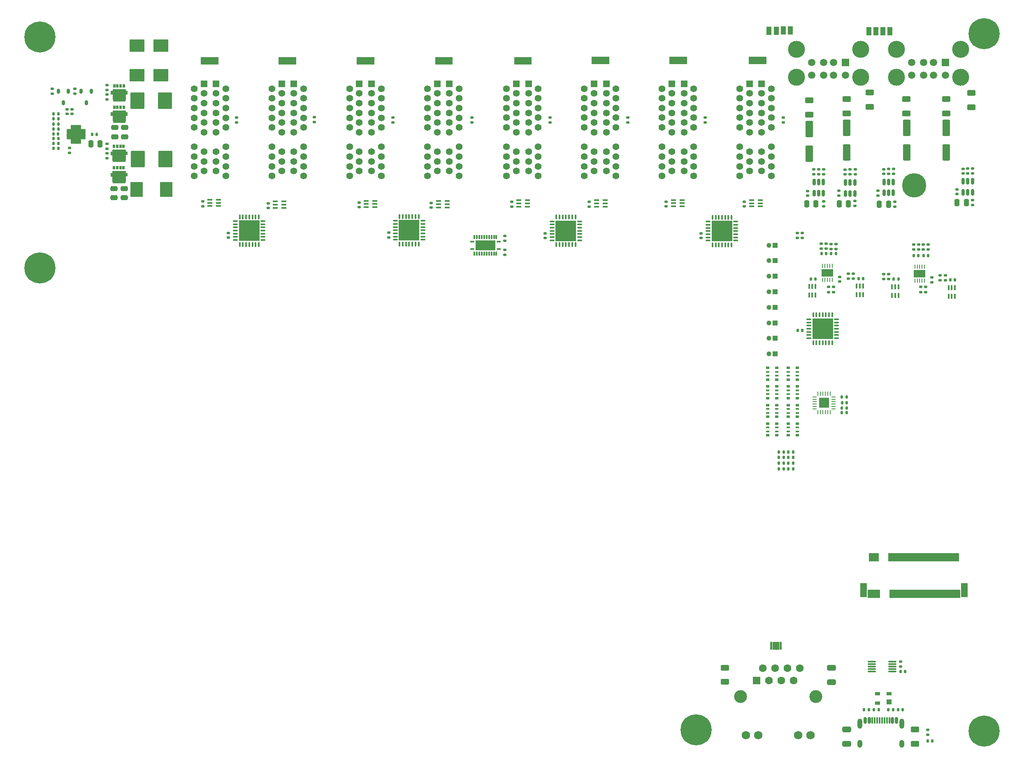
<source format=gbr>
%TF.GenerationSoftware,KiCad,Pcbnew,9.0.7*%
%TF.CreationDate,2026-02-17T10:47:15+01:00*%
%TF.ProjectId,PDNode_Baseboard,50444e6f-6465-45f4-9261-7365626f6172,rev?*%
%TF.SameCoordinates,Original*%
%TF.FileFunction,Soldermask,Top*%
%TF.FilePolarity,Negative*%
%FSLAX46Y46*%
G04 Gerber Fmt 4.6, Leading zero omitted, Abs format (unit mm)*
G04 Created by KiCad (PCBNEW 9.0.7) date 2026-02-17 10:47:15*
%MOMM*%
%LPD*%
G01*
G04 APERTURE LIST*
G04 Aperture macros list*
%AMRoundRect*
0 Rectangle with rounded corners*
0 $1 Rounding radius*
0 $2 $3 $4 $5 $6 $7 $8 $9 X,Y pos of 4 corners*
0 Add a 4 corners polygon primitive as box body*
4,1,4,$2,$3,$4,$5,$6,$7,$8,$9,$2,$3,0*
0 Add four circle primitives for the rounded corners*
1,1,$1+$1,$2,$3*
1,1,$1+$1,$4,$5*
1,1,$1+$1,$6,$7*
1,1,$1+$1,$8,$9*
0 Add four rect primitives between the rounded corners*
20,1,$1+$1,$2,$3,$4,$5,0*
20,1,$1+$1,$4,$5,$6,$7,0*
20,1,$1+$1,$6,$7,$8,$9,0*
20,1,$1+$1,$8,$9,$2,$3,0*%
%AMFreePoly0*
4,1,15,0.140000,-0.355000,0.137310,-0.355000,0.137310,-0.369813,0.116406,-0.420280,0.077780,-0.458906,0.027313,-0.479810,-0.027313,-0.479810,-0.077780,-0.458906,-0.116406,-0.420280,-0.137310,-0.369813,-0.137310,-0.355000,-0.140000,-0.355000,-0.140000,0.355000,0.140000,0.355000,0.140000,-0.355000,0.140000,-0.355000,$1*%
%AMFreePoly1*
4,1,15,0.355000,0.137310,0.382313,0.137310,0.432780,0.116406,0.471406,0.077780,0.492310,0.027313,0.492310,-0.027313,0.471406,-0.077780,0.432780,-0.116406,0.382313,-0.137310,0.355000,-0.137310,0.355000,-0.140000,-0.355000,-0.140000,-0.355000,0.140000,0.355000,0.140000,0.355000,0.137310,0.355000,0.137310,$1*%
%AMFreePoly2*
4,1,15,0.355000,0.137310,0.369813,0.137310,0.420280,0.116406,0.458906,0.077780,0.479810,0.027313,0.479810,-0.027313,0.458906,-0.077780,0.420280,-0.116406,0.369813,-0.137310,0.355000,-0.137310,0.355000,-0.140000,-0.355000,-0.140000,-0.355000,0.140000,0.355000,0.140000,0.355000,0.137310,0.355000,0.137310,$1*%
%AMFreePoly3*
4,1,15,0.077780,0.458906,0.116406,0.420280,0.137310,0.369813,0.137310,0.355000,0.140000,0.355000,0.140000,-0.355000,-0.140000,-0.355000,-0.140000,0.355000,-0.137310,0.355000,-0.137310,0.369813,-0.116406,0.420280,-0.077780,0.458906,-0.027313,0.479810,0.027313,0.479810,0.077780,0.458906,0.077780,0.458906,$1*%
%AMFreePoly4*
4,1,15,0.355000,-0.140000,-0.355000,-0.140000,-0.355000,-0.137310,-0.369813,-0.137310,-0.420280,-0.116406,-0.458906,-0.077780,-0.479810,-0.027313,-0.479810,0.027313,-0.458906,0.077780,-0.420280,0.116406,-0.369813,0.137310,-0.355000,0.137310,-0.355000,0.140000,0.355000,0.140000,0.355000,-0.140000,0.355000,-0.140000,$1*%
G04 Aperture macros list end*
%ADD10C,0.010000*%
%ADD11RoundRect,0.075000X-0.437500X-0.075000X0.437500X-0.075000X0.437500X0.075000X-0.437500X0.075000X0*%
%ADD12RoundRect,0.075000X-0.075000X-0.437500X0.075000X-0.437500X0.075000X0.437500X-0.075000X0.437500X0*%
%ADD13R,4.250000X4.250000*%
%ADD14RoundRect,0.135000X-0.185000X0.135000X-0.185000X-0.135000X0.185000X-0.135000X0.185000X0.135000X0*%
%ADD15RoundRect,0.250000X-0.625000X0.312500X-0.625000X-0.312500X0.625000X-0.312500X0.625000X0.312500X0*%
%ADD16RoundRect,0.140000X-0.170000X0.140000X-0.170000X-0.140000X0.170000X-0.140000X0.170000X0.140000X0*%
%ADD17RoundRect,0.102000X-0.604000X0.604000X-0.604000X-0.604000X0.604000X-0.604000X0.604000X0.604000X0*%
%ADD18C,1.412000*%
%ADD19RoundRect,0.250000X-0.250000X-0.475000X0.250000X-0.475000X0.250000X0.475000X-0.250000X0.475000X0*%
%ADD20RoundRect,0.102000X-0.425000X-0.325000X0.425000X-0.325000X0.425000X0.325000X-0.425000X0.325000X0*%
%ADD21R,1.000000X1.000000*%
%ADD22C,1.000000*%
%ADD23RoundRect,0.250000X-0.475000X0.250000X-0.475000X-0.250000X0.475000X-0.250000X0.475000X0.250000X0*%
%ADD24RoundRect,0.135000X0.135000X0.185000X-0.135000X0.185000X-0.135000X-0.185000X0.135000X-0.185000X0*%
%ADD25RoundRect,0.135000X0.185000X-0.135000X0.185000X0.135000X-0.185000X0.135000X-0.185000X-0.135000X0*%
%ADD26RoundRect,0.100000X0.400000X0.100000X-0.400000X0.100000X-0.400000X-0.100000X0.400000X-0.100000X0*%
%ADD27RoundRect,0.250000X-0.550000X1.412500X-0.550000X-1.412500X0.550000X-1.412500X0.550000X1.412500X0*%
%ADD28R,0.800000X0.500000*%
%ADD29R,0.800000X0.400000*%
%ADD30RoundRect,0.102000X1.450000X-1.200000X1.450000X1.200000X-1.450000X1.200000X-1.450000X-1.200000X0*%
%ADD31RoundRect,0.102000X0.425000X0.325000X-0.425000X0.325000X-0.425000X-0.325000X0.425000X-0.325000X0*%
%ADD32RoundRect,0.050000X0.500000X-0.500000X0.500000X0.500000X-0.500000X0.500000X-0.500000X-0.500000X0*%
%ADD33RoundRect,0.050000X0.500000X-0.300000X0.500000X0.300000X-0.500000X0.300000X-0.500000X-0.300000X0*%
%ADD34RoundRect,0.102000X-0.175000X0.250000X-0.175000X-0.250000X0.175000X-0.250000X0.175000X0.250000X0*%
%ADD35R,1.000000X1.500000*%
%ADD36C,0.800000*%
%ADD37C,6.400000*%
%ADD38RoundRect,0.250000X0.650000X-0.325000X0.650000X0.325000X-0.650000X0.325000X-0.650000X-0.325000X0*%
%ADD39FreePoly0,270.000000*%
%ADD40FreePoly1,270.000000*%
%ADD41FreePoly2,270.000000*%
%ADD42FreePoly3,270.000000*%
%ADD43FreePoly4,270.000000*%
%ADD44R,4.100000X2.100000*%
%ADD45RoundRect,0.140000X0.170000X-0.140000X0.170000X0.140000X-0.170000X0.140000X-0.170000X-0.140000X0*%
%ADD46RoundRect,0.140000X-0.140000X-0.170000X0.140000X-0.170000X0.140000X0.170000X-0.140000X0.170000X0*%
%ADD47RoundRect,0.140000X0.140000X0.170000X-0.140000X0.170000X-0.140000X-0.170000X0.140000X-0.170000X0*%
%ADD48RoundRect,0.102000X1.335000X1.605000X-1.335000X1.605000X-1.335000X-1.605000X1.335000X-1.605000X0*%
%ADD49RoundRect,0.250000X0.625000X-0.312500X0.625000X0.312500X-0.625000X0.312500X-0.625000X-0.312500X0*%
%ADD50RoundRect,0.150000X0.150000X-0.512500X0.150000X0.512500X-0.150000X0.512500X-0.150000X-0.512500X0*%
%ADD51RoundRect,0.135000X-0.135000X-0.185000X0.135000X-0.185000X0.135000X0.185000X-0.135000X0.185000X0*%
%ADD52RoundRect,0.147500X-0.147500X-0.172500X0.147500X-0.172500X0.147500X0.172500X-0.147500X0.172500X0*%
%ADD53RoundRect,0.150000X-0.150000X-0.500000X0.150000X-0.500000X0.150000X0.500000X-0.150000X0.500000X0*%
%ADD54RoundRect,0.075000X-0.075000X-0.575000X0.075000X-0.575000X0.075000X0.575000X-0.075000X0.575000X0*%
%ADD55O,1.000000X2.100000*%
%ADD56O,1.000000X1.600000*%
%ADD57RoundRect,0.102000X0.699000X0.699000X-0.699000X0.699000X-0.699000X-0.699000X0.699000X-0.699000X0*%
%ADD58C,1.602000*%
%ADD59C,1.734000*%
%ADD60C,2.649000*%
%ADD61RoundRect,0.162500X-0.162500X0.337500X-0.162500X-0.337500X0.162500X-0.337500X0.162500X0.337500X0*%
%ADD62RoundRect,0.100000X-0.100000X0.400000X-0.100000X-0.400000X0.100000X-0.400000X0.100000X0.400000X0*%
%ADD63R,1.500000X1.500000*%
%ADD64C,1.500000*%
%ADD65C,3.500000*%
%ADD66RoundRect,0.102000X-1.335000X-1.605000X1.335000X-1.605000X1.335000X1.605000X-1.335000X1.605000X0*%
%ADD67RoundRect,0.053000X-0.464000X-0.159000X0.464000X-0.159000X0.464000X0.159000X-0.464000X0.159000X0*%
%ADD68RoundRect,0.053000X-0.159000X-0.464000X0.159000X-0.464000X0.159000X0.464000X-0.159000X0.464000X0*%
%ADD69RoundRect,0.102000X-0.875000X-0.875000X0.875000X-0.875000X0.875000X0.875000X-0.875000X0.875000X0*%
%ADD70RoundRect,0.087500X0.725000X0.087500X-0.725000X0.087500X-0.725000X-0.087500X0.725000X-0.087500X0*%
%ADD71RoundRect,0.102000X0.150000X0.775000X-0.150000X0.775000X-0.150000X-0.775000X0.150000X-0.775000X0*%
%ADD72C,5.000000*%
%ADD73RoundRect,0.102000X0.600000X1.375000X-0.600000X1.375000X-0.600000X-1.375000X0.600000X-1.375000X0*%
%ADD74RoundRect,0.062500X-0.062500X0.375000X-0.062500X-0.375000X0.062500X-0.375000X0.062500X0.375000X0*%
%ADD75RoundRect,0.062500X-0.375000X0.062500X-0.375000X-0.062500X0.375000X-0.062500X0.375000X0.062500X0*%
%ADD76R,2.100000X2.100000*%
%ADD77RoundRect,0.102000X1.200000X1.450000X-1.200000X1.450000X-1.200000X-1.450000X1.200000X-1.450000X0*%
%ADD78RoundRect,0.250000X-0.650000X0.325000X-0.650000X-0.325000X0.650000X-0.325000X0.650000X0.325000X0*%
%ADD79RoundRect,0.062500X-0.062500X0.350000X-0.062500X-0.350000X0.062500X-0.350000X0.062500X0.350000X0*%
%ADD80R,2.350000X1.580000*%
G04 APERTURE END LIST*
D10*
%TO.C,T2*%
X133295000Y-94243750D02*
X133670000Y-94243750D01*
X133670000Y-94868750D01*
X133295000Y-94868750D01*
X133295000Y-96018750D01*
X133245000Y-96018750D01*
X133245000Y-96318750D01*
X132645000Y-96318750D01*
X132645000Y-96018750D01*
X132595000Y-96018750D01*
X132595000Y-96318750D01*
X131995000Y-96318750D01*
X131995000Y-96018750D01*
X131945000Y-96018750D01*
X131945000Y-96318750D01*
X131345000Y-96318750D01*
X131345000Y-96018750D01*
X131295000Y-96018750D01*
X131295000Y-96318750D01*
X130720000Y-96318750D01*
X130720000Y-96018750D01*
X130645000Y-96018750D01*
X130645000Y-94893750D01*
X130270000Y-94893750D01*
X130270000Y-94243750D01*
X130645000Y-94243750D01*
X130645000Y-93843750D01*
X133295000Y-93843750D01*
X133295000Y-94243750D01*
G36*
X133295000Y-94243750D02*
G01*
X133670000Y-94243750D01*
X133670000Y-94868750D01*
X133295000Y-94868750D01*
X133295000Y-96018750D01*
X133245000Y-96018750D01*
X133245000Y-96318750D01*
X132645000Y-96318750D01*
X132645000Y-96018750D01*
X132595000Y-96018750D01*
X132595000Y-96318750D01*
X131995000Y-96318750D01*
X131995000Y-96018750D01*
X131945000Y-96018750D01*
X131945000Y-96318750D01*
X131345000Y-96318750D01*
X131345000Y-96018750D01*
X131295000Y-96018750D01*
X131295000Y-96318750D01*
X130720000Y-96318750D01*
X130720000Y-96018750D01*
X130645000Y-96018750D01*
X130645000Y-94893750D01*
X130270000Y-94893750D01*
X130270000Y-94243750D01*
X130645000Y-94243750D01*
X130645000Y-93843750D01*
X133295000Y-93843750D01*
X133295000Y-94243750D01*
G37*
%TO.C,JP1*%
G36*
X262575000Y-82800000D02*
G01*
X264175000Y-82800000D01*
X264175000Y-84300000D01*
X262575000Y-84300000D01*
X262575000Y-82800000D01*
G37*
%TO.C,JP5*%
G36*
X198025000Y-82850000D02*
G01*
X199625000Y-82850000D01*
X199625000Y-84350000D01*
X198025000Y-84350000D01*
X198025000Y-82850000D01*
G37*
%TO.C,T4*%
X133295000Y-89825000D02*
X133670000Y-89825000D01*
X133670000Y-90450000D01*
X133295000Y-90450000D01*
X133295000Y-91600000D01*
X133245000Y-91600000D01*
X133245000Y-91900000D01*
X132645000Y-91900000D01*
X132645000Y-91600000D01*
X132595000Y-91600000D01*
X132595000Y-91900000D01*
X131995000Y-91900000D01*
X131995000Y-91600000D01*
X131945000Y-91600000D01*
X131945000Y-91900000D01*
X131345000Y-91900000D01*
X131345000Y-91600000D01*
X131295000Y-91600000D01*
X131295000Y-91900000D01*
X130720000Y-91900000D01*
X130720000Y-91600000D01*
X130645000Y-91600000D01*
X130645000Y-90475000D01*
X130270000Y-90475000D01*
X130270000Y-89825000D01*
X130645000Y-89825000D01*
X130645000Y-89425000D01*
X133295000Y-89425000D01*
X133295000Y-89825000D01*
G36*
X133295000Y-89825000D02*
G01*
X133670000Y-89825000D01*
X133670000Y-90450000D01*
X133295000Y-90450000D01*
X133295000Y-91600000D01*
X133245000Y-91600000D01*
X133245000Y-91900000D01*
X132645000Y-91900000D01*
X132645000Y-91600000D01*
X132595000Y-91600000D01*
X132595000Y-91900000D01*
X131995000Y-91900000D01*
X131995000Y-91600000D01*
X131945000Y-91600000D01*
X131945000Y-91900000D01*
X131345000Y-91900000D01*
X131345000Y-91600000D01*
X131295000Y-91600000D01*
X131295000Y-91900000D01*
X130720000Y-91900000D01*
X130720000Y-91600000D01*
X130645000Y-91600000D01*
X130645000Y-90475000D01*
X130270000Y-90475000D01*
X130270000Y-89825000D01*
X130645000Y-89825000D01*
X130645000Y-89425000D01*
X133295000Y-89425000D01*
X133295000Y-89825000D01*
G37*
%TO.C,D3*%
X266295000Y-204010000D02*
X265955000Y-204010000D01*
X265955000Y-203305000D01*
X266295000Y-203305000D01*
X266295000Y-204010000D01*
G36*
X266295000Y-204010000D02*
G01*
X265955000Y-204010000D01*
X265955000Y-203305000D01*
X266295000Y-203305000D01*
X266295000Y-204010000D01*
G37*
X266295000Y-204845000D02*
X265955000Y-204845000D01*
X265955000Y-204140000D01*
X266295000Y-204140000D01*
X266295000Y-204845000D01*
G36*
X266295000Y-204845000D02*
G01*
X265955000Y-204845000D01*
X265955000Y-204140000D01*
X266295000Y-204140000D01*
X266295000Y-204845000D01*
G37*
X266795000Y-204010000D02*
X266455000Y-204010000D01*
X266455000Y-203305000D01*
X266795000Y-203305000D01*
X266795000Y-204010000D01*
G36*
X266795000Y-204010000D02*
G01*
X266455000Y-204010000D01*
X266455000Y-203305000D01*
X266795000Y-203305000D01*
X266795000Y-204010000D01*
G37*
X266795000Y-204845000D02*
X266455000Y-204845000D01*
X266455000Y-204140000D01*
X266795000Y-204140000D01*
X266795000Y-204845000D01*
G36*
X266795000Y-204845000D02*
G01*
X266455000Y-204845000D01*
X266455000Y-204140000D01*
X266795000Y-204140000D01*
X266795000Y-204845000D01*
G37*
X267395000Y-204010000D02*
X266855000Y-204010000D01*
X266855000Y-203305000D01*
X267395000Y-203305000D01*
X267395000Y-204010000D01*
G36*
X267395000Y-204010000D02*
G01*
X266855000Y-204010000D01*
X266855000Y-203305000D01*
X267395000Y-203305000D01*
X267395000Y-204010000D01*
G37*
X267395000Y-204845000D02*
X266855000Y-204845000D01*
X266855000Y-204140000D01*
X267395000Y-204140000D01*
X267395000Y-204845000D01*
G36*
X267395000Y-204845000D02*
G01*
X266855000Y-204845000D01*
X266855000Y-204140000D01*
X267395000Y-204140000D01*
X267395000Y-204845000D01*
G37*
X267795000Y-204010000D02*
X267455000Y-204010000D01*
X267455000Y-203305000D01*
X267795000Y-203305000D01*
X267795000Y-204010000D01*
G36*
X267795000Y-204010000D02*
G01*
X267455000Y-204010000D01*
X267455000Y-203305000D01*
X267795000Y-203305000D01*
X267795000Y-204010000D01*
G37*
X267795000Y-204845000D02*
X267455000Y-204845000D01*
X267455000Y-204140000D01*
X267795000Y-204140000D01*
X267795000Y-204845000D01*
G36*
X267795000Y-204845000D02*
G01*
X267455000Y-204845000D01*
X267455000Y-204140000D01*
X267795000Y-204140000D01*
X267795000Y-204845000D01*
G37*
X268295000Y-204010000D02*
X267955000Y-204010000D01*
X267955000Y-203305000D01*
X268295000Y-203305000D01*
X268295000Y-204010000D01*
G36*
X268295000Y-204010000D02*
G01*
X267955000Y-204010000D01*
X267955000Y-203305000D01*
X268295000Y-203305000D01*
X268295000Y-204010000D01*
G37*
X268295000Y-204845000D02*
X267955000Y-204845000D01*
X267955000Y-204140000D01*
X268295000Y-204140000D01*
X268295000Y-204845000D01*
G36*
X268295000Y-204845000D02*
G01*
X267955000Y-204845000D01*
X267955000Y-204140000D01*
X268295000Y-204140000D01*
X268295000Y-204845000D01*
G37*
%TO.C,JP7*%
G36*
X165825000Y-82875000D02*
G01*
X167425000Y-82875000D01*
X167425000Y-84375000D01*
X165825000Y-84375000D01*
X165825000Y-82875000D01*
G37*
%TO.C,JP2*%
G36*
X246275000Y-82782500D02*
G01*
X247875000Y-82782500D01*
X247875000Y-84282500D01*
X246275000Y-84282500D01*
X246275000Y-82782500D01*
G37*
%TO.C,JP6*%
G36*
X181900000Y-82850000D02*
G01*
X183500000Y-82850000D01*
X183500000Y-84350000D01*
X181900000Y-84350000D01*
X181900000Y-82850000D01*
G37*
%TO.C,JP8*%
G36*
X149825000Y-82875000D02*
G01*
X151425000Y-82875000D01*
X151425000Y-84375000D01*
X149825000Y-84375000D01*
X149825000Y-82875000D01*
G37*
%TO.C,JP3*%
G36*
X230225000Y-82807500D02*
G01*
X231825000Y-82807500D01*
X231825000Y-84307500D01*
X230225000Y-84307500D01*
X230225000Y-82807500D01*
G37*
%TO.C,T1*%
X133270000Y-106725000D02*
X133645000Y-106725000D01*
X133645000Y-107350000D01*
X133270000Y-107350000D01*
X133270000Y-108500000D01*
X133220000Y-108500000D01*
X133220000Y-108800000D01*
X132620000Y-108800000D01*
X132620000Y-108500000D01*
X132570000Y-108500000D01*
X132570000Y-108800000D01*
X131970000Y-108800000D01*
X131970000Y-108500000D01*
X131920000Y-108500000D01*
X131920000Y-108800000D01*
X131320000Y-108800000D01*
X131320000Y-108500000D01*
X131270000Y-108500000D01*
X131270000Y-108800000D01*
X130695000Y-108800000D01*
X130695000Y-108500000D01*
X130620000Y-108500000D01*
X130620000Y-107375000D01*
X130245000Y-107375000D01*
X130245000Y-106725000D01*
X130620000Y-106725000D01*
X130620000Y-106325000D01*
X133270000Y-106325000D01*
X133270000Y-106725000D01*
G36*
X133270000Y-106725000D02*
G01*
X133645000Y-106725000D01*
X133645000Y-107350000D01*
X133270000Y-107350000D01*
X133270000Y-108500000D01*
X133220000Y-108500000D01*
X133220000Y-108800000D01*
X132620000Y-108800000D01*
X132620000Y-108500000D01*
X132570000Y-108500000D01*
X132570000Y-108800000D01*
X131970000Y-108800000D01*
X131970000Y-108500000D01*
X131920000Y-108500000D01*
X131920000Y-108800000D01*
X131320000Y-108800000D01*
X131320000Y-108500000D01*
X131270000Y-108500000D01*
X131270000Y-108800000D01*
X130695000Y-108800000D01*
X130695000Y-108500000D01*
X130620000Y-108500000D01*
X130620000Y-107375000D01*
X130245000Y-107375000D01*
X130245000Y-106725000D01*
X130620000Y-106725000D01*
X130620000Y-106325000D01*
X133270000Y-106325000D01*
X133270000Y-106725000D01*
G37*
%TO.C,JP4*%
G36*
X214300000Y-82850000D02*
G01*
X215900000Y-82850000D01*
X215900000Y-84350000D01*
X214300000Y-84350000D01*
X214300000Y-82850000D01*
G37*
%TO.C,T3*%
X133270000Y-102325000D02*
X133645000Y-102325000D01*
X133645000Y-102950000D01*
X133270000Y-102950000D01*
X133270000Y-104100000D01*
X133220000Y-104100000D01*
X133220000Y-104400000D01*
X132620000Y-104400000D01*
X132620000Y-104100000D01*
X132570000Y-104100000D01*
X132570000Y-104400000D01*
X131970000Y-104400000D01*
X131970000Y-104100000D01*
X131920000Y-104100000D01*
X131920000Y-104400000D01*
X131320000Y-104400000D01*
X131320000Y-104100000D01*
X131270000Y-104100000D01*
X131270000Y-104400000D01*
X130695000Y-104400000D01*
X130695000Y-104100000D01*
X130620000Y-104100000D01*
X130620000Y-102975000D01*
X130245000Y-102975000D01*
X130245000Y-102325000D01*
X130620000Y-102325000D01*
X130620000Y-101925000D01*
X133270000Y-101925000D01*
X133270000Y-102325000D01*
G36*
X133270000Y-102325000D02*
G01*
X133645000Y-102325000D01*
X133645000Y-102950000D01*
X133270000Y-102950000D01*
X133270000Y-104100000D01*
X133220000Y-104100000D01*
X133220000Y-104400000D01*
X132620000Y-104400000D01*
X132620000Y-104100000D01*
X132570000Y-104100000D01*
X132570000Y-104400000D01*
X131970000Y-104400000D01*
X131970000Y-104100000D01*
X131920000Y-104100000D01*
X131920000Y-104400000D01*
X131320000Y-104400000D01*
X131320000Y-104100000D01*
X131270000Y-104100000D01*
X131270000Y-104400000D01*
X130695000Y-104400000D01*
X130695000Y-104100000D01*
X130620000Y-104100000D01*
X130620000Y-102975000D01*
X130245000Y-102975000D01*
X130245000Y-102325000D01*
X130620000Y-102325000D01*
X130620000Y-101925000D01*
X133270000Y-101925000D01*
X133270000Y-102325000D01*
G37*
%TD*%
D11*
%TO.C,IC27*%
X273950000Y-136875000D03*
X273950000Y-137525000D03*
X273950000Y-138175000D03*
X273950000Y-138825000D03*
X273950000Y-139475000D03*
X273950000Y-140125000D03*
X273950000Y-140775000D03*
D12*
X274837500Y-141662500D03*
X275487500Y-141662500D03*
X276137500Y-141662500D03*
X276787500Y-141662500D03*
X277437500Y-141662500D03*
X278087500Y-141662500D03*
X278737500Y-141662500D03*
D11*
X279625000Y-140775000D03*
X279625000Y-140125000D03*
X279625000Y-139475000D03*
X279625000Y-138825000D03*
X279625000Y-138175000D03*
X279625000Y-137525000D03*
X279625000Y-136875000D03*
D12*
X278737500Y-135987500D03*
X278087500Y-135987500D03*
X277437500Y-135987500D03*
X276787500Y-135987500D03*
X276137500Y-135987500D03*
X275487500Y-135987500D03*
X274837500Y-135987500D03*
D13*
X276787500Y-138825000D03*
%TD*%
D14*
%TO.C,R72*%
X276972757Y-112574410D03*
X276972757Y-113594410D03*
%TD*%
D15*
%TO.C,R1*%
X256700000Y-208637500D03*
X256700000Y-211562500D03*
%TD*%
D16*
%TO.C,C24*%
X187457500Y-119045000D03*
X187457500Y-120005000D03*
%TD*%
D17*
%TO.C,J6*%
X232237322Y-88339781D03*
D18*
X234237322Y-89339781D03*
X232237322Y-90339781D03*
X234237322Y-91339781D03*
X232237322Y-92339781D03*
X234237322Y-93339781D03*
X232237322Y-94339781D03*
X234237322Y-95339781D03*
X232237322Y-96339781D03*
X234237322Y-97339781D03*
X232237322Y-98339781D03*
X234237322Y-101339781D03*
X232237322Y-102339781D03*
X234237322Y-103339781D03*
X232237322Y-104339781D03*
X234237322Y-105339781D03*
X232237322Y-106339781D03*
X234237322Y-107339781D03*
D17*
X229737322Y-88339781D03*
D18*
X227737322Y-89339781D03*
X229737322Y-90339781D03*
X227737322Y-91339781D03*
X229737322Y-92339781D03*
X227737322Y-93339781D03*
X229737322Y-94339781D03*
X227737322Y-95339781D03*
X229737322Y-96339781D03*
X227737322Y-97339781D03*
X229737322Y-98339781D03*
X227737322Y-101339781D03*
X229737322Y-102339781D03*
X227737322Y-103339781D03*
X229737322Y-104339781D03*
X227737322Y-105339781D03*
X229737322Y-106339781D03*
X227737322Y-107339781D03*
%TD*%
D14*
%TO.C,R85*%
X279000000Y-130230000D03*
X279000000Y-131250000D03*
%TD*%
D19*
%TO.C,C2*%
X126170000Y-100700000D03*
X128070000Y-100700000D03*
%TD*%
D20*
%TO.C,D8*%
X268664692Y-76968547D03*
X268664692Y-77818547D03*
X270114692Y-76968547D03*
X270114692Y-77818547D03*
%TD*%
D16*
%TO.C,C8*%
X129470000Y-88658750D03*
X129470000Y-89618750D03*
%TD*%
D21*
%TO.C,J14*%
X266970000Y-144000000D03*
D22*
X265700000Y-144000000D03*
%TD*%
D23*
%TO.C,C3*%
X133170000Y-97350000D03*
X133170000Y-99250000D03*
%TD*%
D24*
%TO.C,R10*%
X119480000Y-100650000D03*
X118460000Y-100650000D03*
%TD*%
D21*
%TO.C,J17*%
X267000000Y-134400000D03*
D22*
X265730000Y-134400000D03*
%TD*%
D25*
%TO.C,R49*%
X252575000Y-96310000D03*
X252575000Y-95290000D03*
%TD*%
D26*
%TO.C,IC10*%
X184587500Y-113760000D03*
X184587500Y-113110000D03*
X184587500Y-112460000D03*
X182812500Y-112460000D03*
X182812500Y-113110000D03*
X182812500Y-113760000D03*
%TD*%
D27*
%TO.C,C46*%
X281750000Y-97462500D03*
X281750000Y-102537500D03*
%TD*%
D28*
%TO.C,R26*%
X267300000Y-153100000D03*
D29*
X267300000Y-152300000D03*
X267300000Y-151500000D03*
D28*
X267300000Y-150700000D03*
X265500000Y-150700000D03*
D29*
X265500000Y-151500000D03*
X265500000Y-152300000D03*
D28*
X265500000Y-153100000D03*
%TD*%
D25*
%TO.C,R55*%
X156175000Y-96335000D03*
X156175000Y-95315000D03*
%TD*%
%TO.C,R77*%
X302022500Y-128837500D03*
X302022500Y-127817500D03*
%TD*%
D17*
%TO.C,J5*%
X248237322Y-88339781D03*
D18*
X250237322Y-89339781D03*
X248237322Y-90339781D03*
X250237322Y-91339781D03*
X248237322Y-92339781D03*
X250237322Y-93339781D03*
X248237322Y-94339781D03*
X250237322Y-95339781D03*
X248237322Y-96339781D03*
X250237322Y-97339781D03*
X248237322Y-98339781D03*
X250237322Y-101339781D03*
X248237322Y-102339781D03*
X250237322Y-103339781D03*
X248237322Y-104339781D03*
X250237322Y-105339781D03*
X248237322Y-106339781D03*
X250237322Y-107339781D03*
D17*
X245737322Y-88339781D03*
D18*
X243737322Y-89339781D03*
X245737322Y-90339781D03*
X243737322Y-91339781D03*
X245737322Y-92339781D03*
X243737322Y-93339781D03*
X245737322Y-94339781D03*
X243737322Y-95339781D03*
X245737322Y-96339781D03*
X243737322Y-97339781D03*
X245737322Y-98339781D03*
X243737322Y-101339781D03*
X245737322Y-102339781D03*
X243737322Y-103339781D03*
X245737322Y-104339781D03*
X243737322Y-105339781D03*
X245737322Y-106339781D03*
X243737322Y-107339781D03*
%TD*%
D21*
%TO.C,J16*%
X266970000Y-137600000D03*
D22*
X265700000Y-137600000D03*
%TD*%
D25*
%TO.C,R82*%
X289325000Y-128597500D03*
X289325000Y-127577500D03*
%TD*%
D30*
%TO.C,C11*%
X140620000Y-86550000D03*
X140620000Y-80450000D03*
%TD*%
D31*
%TO.C,D7*%
X287729350Y-77920888D03*
X287729350Y-77070888D03*
X286279350Y-77920888D03*
X286279350Y-77070888D03*
%TD*%
D16*
%TO.C,C32*%
X196250000Y-112875000D03*
X196250000Y-113835000D03*
%TD*%
D17*
%TO.C,J10*%
X167934650Y-88350691D03*
D18*
X169934650Y-89350691D03*
X167934650Y-90350691D03*
X169934650Y-91350691D03*
X167934650Y-92350691D03*
X169934650Y-93350691D03*
X167934650Y-94350691D03*
X169934650Y-95350691D03*
X167934650Y-96350691D03*
X169934650Y-97350691D03*
X167934650Y-98350691D03*
X169934650Y-101350691D03*
X167934650Y-102350691D03*
X169934650Y-103350691D03*
X167934650Y-104350691D03*
X169934650Y-105350691D03*
X167934650Y-106350691D03*
X169934650Y-107350691D03*
D17*
X165434650Y-88350691D03*
D18*
X163434650Y-89350691D03*
X165434650Y-90350691D03*
X163434650Y-91350691D03*
X165434650Y-92350691D03*
X163434650Y-93350691D03*
X165434650Y-94350691D03*
X163434650Y-95350691D03*
X165434650Y-96350691D03*
X163434650Y-97350691D03*
X165434650Y-98350691D03*
X163434650Y-101350691D03*
X165434650Y-102350691D03*
X163434650Y-103350691D03*
X165434650Y-104350691D03*
X163434650Y-105350691D03*
X165434650Y-106350691D03*
X163434650Y-107350691D03*
%TD*%
D28*
%TO.C,R47*%
X269725000Y-158375000D03*
D29*
X269725000Y-159175000D03*
X269725000Y-159975000D03*
D28*
X269725000Y-160775000D03*
X271525000Y-160775000D03*
D29*
X271525000Y-159975000D03*
X271525000Y-159175000D03*
D28*
X271525000Y-158375000D03*
%TD*%
D23*
%TO.C,C5*%
X133045000Y-109931250D03*
X133045000Y-111831250D03*
%TD*%
D32*
%TO.C,D4*%
X290450000Y-215725000D03*
D33*
X290450000Y-214025000D03*
X288050000Y-214025000D03*
X288050000Y-215925000D03*
%TD*%
D34*
%TO.C,T2*%
X132945000Y-93168750D03*
X132295000Y-93168750D03*
X131645000Y-93168750D03*
X130995000Y-93168750D03*
%TD*%
D24*
%TO.C,R7*%
X119480000Y-96650000D03*
X118460000Y-96650000D03*
%TD*%
D25*
%TO.C,R84*%
X279500000Y-122375000D03*
X279500000Y-121355000D03*
%TD*%
%TO.C,R89*%
X276500000Y-122355000D03*
X276500000Y-121335000D03*
%TD*%
D35*
%TO.C,JP1*%
X262075000Y-83550000D03*
X263375000Y-83550000D03*
X264675000Y-83550000D03*
%TD*%
D25*
%TO.C,R86*%
X278000000Y-131250000D03*
X278000000Y-130230000D03*
%TD*%
D23*
%TO.C,C4*%
X131070000Y-97350000D03*
X131070000Y-99250000D03*
%TD*%
D28*
%TO.C,R25*%
X267300000Y-149300000D03*
D29*
X267300000Y-148500000D03*
X267300000Y-147700000D03*
D28*
X267300000Y-146900000D03*
X265500000Y-146900000D03*
D29*
X265500000Y-147700000D03*
X265500000Y-148500000D03*
D28*
X265500000Y-149300000D03*
%TD*%
%TO.C,R28*%
X267300000Y-160775000D03*
D29*
X267300000Y-159975000D03*
X267300000Y-159175000D03*
D28*
X267300000Y-158375000D03*
X265500000Y-158375000D03*
D29*
X265500000Y-159175000D03*
X265500000Y-159975000D03*
D28*
X265500000Y-160775000D03*
%TD*%
D36*
%TO.C,H3*%
X248297056Y-221447056D03*
X249000000Y-219750000D03*
X249000000Y-223144112D03*
X250697056Y-219047056D03*
D37*
X250697056Y-221447056D03*
D36*
X250697056Y-223847056D03*
X252394112Y-219750000D03*
X252394112Y-223144112D03*
X253097056Y-221447056D03*
%TD*%
D35*
%TO.C,JP5*%
X197525000Y-83600000D03*
X198825000Y-83600000D03*
X200125000Y-83600000D03*
%TD*%
D34*
%TO.C,T4*%
X132945000Y-88750000D03*
X132295000Y-88750000D03*
X131645000Y-88750000D03*
X130995000Y-88750000D03*
%TD*%
D38*
%TO.C,C23*%
X281750000Y-224350000D03*
X281750000Y-221400000D03*
%TD*%
D11*
%TO.C,IC15*%
X221100000Y-116695000D03*
X221100000Y-117345000D03*
X221100000Y-117995000D03*
X221100000Y-118645000D03*
X221100000Y-119295000D03*
X221100000Y-119945000D03*
X221100000Y-120595000D03*
D12*
X221987500Y-121482500D03*
X222637500Y-121482500D03*
X223287500Y-121482500D03*
X223937500Y-121482500D03*
X224587500Y-121482500D03*
X225237500Y-121482500D03*
X225887500Y-121482500D03*
D11*
X226775000Y-120595000D03*
X226775000Y-119945000D03*
X226775000Y-119295000D03*
X226775000Y-118645000D03*
X226775000Y-117995000D03*
X226775000Y-117345000D03*
X226775000Y-116695000D03*
D12*
X225887500Y-115807500D03*
X225237500Y-115807500D03*
X224587500Y-115807500D03*
X223937500Y-115807500D03*
X223287500Y-115807500D03*
X222637500Y-115807500D03*
X221987500Y-115807500D03*
D13*
X223937500Y-118645000D03*
%TD*%
D36*
%TO.C,H5*%
X113325000Y-126325000D03*
X114027944Y-124627944D03*
X114027944Y-128022056D03*
X115725000Y-123925000D03*
D37*
X115725000Y-126325000D03*
D36*
X115725000Y-128725000D03*
X117422056Y-124627944D03*
X117422056Y-128022056D03*
X118125000Y-126325000D03*
%TD*%
D39*
%TO.C,IC2*%
X210170000Y-120895000D03*
D40*
X209625000Y-119850000D03*
D41*
X209125000Y-119850000D03*
X208625000Y-119850000D03*
X208125000Y-119850000D03*
X207625000Y-119850000D03*
X207125000Y-119850000D03*
X206625000Y-119850000D03*
X206125000Y-119850000D03*
X205625000Y-119850000D03*
X205125000Y-119850000D03*
D42*
X204580000Y-120895000D03*
X204580000Y-122395000D03*
D43*
X205125000Y-123440000D03*
X205625000Y-123440000D03*
X206125000Y-123440000D03*
X206625000Y-123440000D03*
X207125000Y-123440000D03*
X207625000Y-123440000D03*
X208125000Y-123440000D03*
X208625000Y-123440000D03*
X209125000Y-123440000D03*
X209625000Y-123440000D03*
D39*
X210170000Y-122395000D03*
D44*
X207375000Y-121645000D03*
%TD*%
D11*
%TO.C,IC9*%
X188840000Y-116575000D03*
X188840000Y-117225000D03*
X188840000Y-117875000D03*
X188840000Y-118525000D03*
X188840000Y-119175000D03*
X188840000Y-119825000D03*
X188840000Y-120475000D03*
D12*
X189727500Y-121362500D03*
X190377500Y-121362500D03*
X191027500Y-121362500D03*
X191677500Y-121362500D03*
X192327500Y-121362500D03*
X192977500Y-121362500D03*
X193627500Y-121362500D03*
D11*
X194515000Y-120475000D03*
X194515000Y-119825000D03*
X194515000Y-119175000D03*
X194515000Y-118525000D03*
X194515000Y-117875000D03*
X194515000Y-117225000D03*
X194515000Y-116575000D03*
D12*
X193627500Y-115687500D03*
X192977500Y-115687500D03*
X192327500Y-115687500D03*
X191677500Y-115687500D03*
X191027500Y-115687500D03*
X190377500Y-115687500D03*
X189727500Y-115687500D03*
D13*
X191677500Y-118525000D03*
%TD*%
D45*
%TO.C,C17*%
X122870000Y-90380000D03*
X122870000Y-89420000D03*
%TD*%
D21*
%TO.C,J21*%
X267000000Y-121600000D03*
D22*
X265730000Y-121600000D03*
%TD*%
D16*
%TO.C,C35*%
X149200000Y-112600000D03*
X149200000Y-113560000D03*
%TD*%
%TO.C,C30*%
X228700000Y-112700000D03*
X228700000Y-113660000D03*
%TD*%
D26*
%TO.C,IC7*%
X216012500Y-113652500D03*
X216012500Y-113002500D03*
X216012500Y-112352500D03*
X214237500Y-112352500D03*
X214237500Y-113002500D03*
X214237500Y-113652500D03*
%TD*%
D45*
%TO.C,C45*%
X281411314Y-106981581D03*
X281411314Y-106021581D03*
%TD*%
D36*
%TO.C,H2*%
X113297056Y-78697056D03*
X114000000Y-77000000D03*
X114000000Y-80394112D03*
X115697056Y-76297056D03*
D37*
X115697056Y-78697056D03*
D36*
X115697056Y-81097056D03*
X117394112Y-77000000D03*
X117394112Y-80394112D03*
X118097056Y-78697056D03*
%TD*%
D19*
%TO.C,C52*%
X273500000Y-113084410D03*
X275400000Y-113084410D03*
%TD*%
D46*
%TO.C,C64*%
X280752500Y-154100000D03*
X281712500Y-154100000D03*
%TD*%
D25*
%TO.C,R90*%
X282022500Y-128497500D03*
X282022500Y-127477500D03*
%TD*%
%TO.C,R2*%
X121800000Y-102610000D03*
X121800000Y-101590000D03*
%TD*%
D46*
%TO.C,C21*%
X292295000Y-217275000D03*
X293255000Y-217275000D03*
%TD*%
D47*
%TO.C,C55*%
X304002500Y-128762500D03*
X303042500Y-128762500D03*
%TD*%
D48*
%TO.C,L2*%
X141410000Y-91850000D03*
X135770000Y-91850000D03*
%TD*%
D16*
%TO.C,C34*%
X162685000Y-112967500D03*
X162685000Y-113927500D03*
%TD*%
D21*
%TO.C,J19*%
X267000000Y-128000000D03*
D22*
X265730000Y-128000000D03*
%TD*%
D25*
%TO.C,R91*%
X283097500Y-128497500D03*
X283097500Y-127477500D03*
%TD*%
D16*
%TO.C,C7*%
X129495000Y-100751250D03*
X129495000Y-101711250D03*
%TD*%
D14*
%TO.C,R65*%
X283472757Y-105974410D03*
X283472757Y-106994410D03*
%TD*%
D49*
%TO.C,R58*%
X302250000Y-94462500D03*
X302250000Y-91537500D03*
%TD*%
D15*
%TO.C,R59*%
X294000000Y-91500000D03*
X294000000Y-94425000D03*
%TD*%
D28*
%TO.C,R46*%
X269725000Y-154550000D03*
D29*
X269725000Y-155350000D03*
X269725000Y-156150000D03*
D28*
X269725000Y-156950000D03*
X271525000Y-156950000D03*
D29*
X271525000Y-156150000D03*
X271525000Y-155350000D03*
D28*
X271525000Y-154550000D03*
%TD*%
D15*
%TO.C,R67*%
X274000000Y-91750000D03*
X274000000Y-94675000D03*
%TD*%
D50*
%TO.C,IC17*%
X305697934Y-110739789D03*
X306647934Y-110739789D03*
X307597934Y-110739789D03*
X307597934Y-108464789D03*
X306647934Y-108464789D03*
X305697934Y-108464789D03*
%TD*%
D14*
%TO.C,R24*%
X298375000Y-221440000D03*
X298375000Y-222460000D03*
%TD*%
D51*
%TO.C,R12*%
X267711192Y-167704768D03*
X268731192Y-167704768D03*
%TD*%
%TO.C,R13*%
X267747568Y-164206168D03*
X268767568Y-164206168D03*
%TD*%
D28*
%TO.C,R27*%
X267300000Y-156950000D03*
D29*
X267300000Y-156150000D03*
X267300000Y-155350000D03*
D28*
X267300000Y-154550000D03*
X265500000Y-154550000D03*
D29*
X265500000Y-155350000D03*
X265500000Y-156150000D03*
D28*
X265500000Y-156950000D03*
%TD*%
D45*
%TO.C,C16*%
X118270000Y-90380000D03*
X118270000Y-89420000D03*
%TD*%
D14*
%TO.C,R63*%
X291629204Y-112635642D03*
X291629204Y-113655642D03*
%TD*%
D52*
%TO.C,D5*%
X298382500Y-223750000D03*
X299352500Y-223750000D03*
%TD*%
D20*
%TO.C,D6*%
X289179350Y-77070888D03*
X289179350Y-77920888D03*
X290629350Y-77070888D03*
X290629350Y-77920888D03*
%TD*%
D45*
%TO.C,C44*%
X288129204Y-111375642D03*
X288129204Y-110415642D03*
%TD*%
D47*
%TO.C,C59*%
X279480000Y-123355000D03*
X278520000Y-123355000D03*
%TD*%
D26*
%TO.C,IC13*%
X199512500Y-113832500D03*
X199512500Y-113182500D03*
X199512500Y-112532500D03*
X197737500Y-112532500D03*
X197737500Y-113182500D03*
X197737500Y-113832500D03*
%TD*%
D14*
%TO.C,R76*%
X298000000Y-130230000D03*
X298000000Y-131250000D03*
%TD*%
D17*
%TO.C,J4*%
X264237322Y-88339781D03*
D18*
X266237322Y-89339781D03*
X264237322Y-90339781D03*
X266237322Y-91339781D03*
X264237322Y-92339781D03*
X266237322Y-93339781D03*
X264237322Y-94339781D03*
X266237322Y-95339781D03*
X264237322Y-96339781D03*
X266237322Y-97339781D03*
X264237322Y-98339781D03*
X266237322Y-101339781D03*
X264237322Y-102339781D03*
X266237322Y-103339781D03*
X264237322Y-104339781D03*
X266237322Y-105339781D03*
X264237322Y-106339781D03*
X266237322Y-107339781D03*
D17*
X261737322Y-88339781D03*
D18*
X259737322Y-89339781D03*
X261737322Y-90339781D03*
X259737322Y-91339781D03*
X261737322Y-92339781D03*
X259737322Y-93339781D03*
X261737322Y-94339781D03*
X259737322Y-95339781D03*
X261737322Y-96339781D03*
X259737322Y-97339781D03*
X261737322Y-98339781D03*
X259737322Y-101339781D03*
X261737322Y-102339781D03*
X259737322Y-103339781D03*
X261737322Y-104339781D03*
X259737322Y-105339781D03*
X261737322Y-106339781D03*
X259737322Y-107339781D03*
%TD*%
D14*
%TO.C,R56*%
X307647934Y-105842289D03*
X307647934Y-106862289D03*
%TD*%
D53*
%TO.C,J3*%
X285550000Y-219530000D03*
X286350000Y-219530000D03*
D54*
X287500000Y-219530000D03*
X288500000Y-219530000D03*
X289000000Y-219530000D03*
X290000000Y-219530000D03*
D53*
X291150000Y-219530000D03*
X291950000Y-219530000D03*
X291950000Y-219530000D03*
X291150000Y-219530000D03*
D54*
X290500000Y-219530000D03*
X289500000Y-219530000D03*
X288000000Y-219530000D03*
X287000000Y-219530000D03*
D53*
X286350000Y-219530000D03*
X285550000Y-219530000D03*
D55*
X284430000Y-220170000D03*
D56*
X284430000Y-224350000D03*
D55*
X293070000Y-220170000D03*
D56*
X293070000Y-224350000D03*
%TD*%
D45*
%TO.C,C39*%
X304397934Y-111082289D03*
X304397934Y-110122289D03*
%TD*%
D16*
%TO.C,C26*%
X219665000Y-119190000D03*
X219665000Y-120150000D03*
%TD*%
D25*
%TO.C,R79*%
X297500000Y-122490000D03*
X297500000Y-121470000D03*
%TD*%
%TO.C,R87*%
X278500000Y-122365000D03*
X278500000Y-121345000D03*
%TD*%
D35*
%TO.C,JP7*%
X165325000Y-83625000D03*
X166625000Y-83625000D03*
X167925000Y-83625000D03*
%TD*%
D16*
%TO.C,C19*%
X211375000Y-122590000D03*
X211375000Y-123550000D03*
%TD*%
D31*
%TO.C,D9*%
X267208239Y-77828855D03*
X267208239Y-76978855D03*
X265758239Y-77828855D03*
X265758239Y-76978855D03*
%TD*%
D57*
%TO.C,J1*%
X263160000Y-211325000D03*
D58*
X264430000Y-208785000D03*
X265700000Y-211325000D03*
X266970000Y-208785000D03*
X268240000Y-211325000D03*
X269510000Y-208785000D03*
X270780000Y-211325000D03*
X272050000Y-208785000D03*
D59*
X260985000Y-222575000D03*
X263525000Y-222575000D03*
X271695000Y-222575000D03*
X274235000Y-222575000D03*
D60*
X275355000Y-214625000D03*
X259865000Y-214625000D03*
%TD*%
D21*
%TO.C,J15*%
X266970000Y-140800000D03*
D22*
X265700000Y-140800000D03*
%TD*%
D47*
%TO.C,C13*%
X119450000Y-98650000D03*
X118490000Y-98650000D03*
%TD*%
D27*
%TO.C,C37*%
X302250000Y-97462500D03*
X302250000Y-102537500D03*
%TD*%
D61*
%TO.C,D1*%
X121550000Y-89850000D03*
X119500000Y-89850000D03*
X120520000Y-92250000D03*
%TD*%
D19*
%TO.C,C47*%
X280177244Y-113069292D03*
X282077244Y-113069292D03*
%TD*%
D50*
%TO.C,IC20*%
X275022757Y-110884410D03*
X275972757Y-110884410D03*
X276922757Y-110884410D03*
X276922757Y-108609410D03*
X275972757Y-108609410D03*
X275022757Y-108609410D03*
%TD*%
D25*
%TO.C,R93*%
X272600000Y-120100000D03*
X272600000Y-119080000D03*
%TD*%
D62*
%TO.C,IC26*%
X275300000Y-130100000D03*
X274650000Y-130100000D03*
X274000000Y-130100000D03*
X274000000Y-131875000D03*
X274650000Y-131875000D03*
X275300000Y-131875000D03*
%TD*%
D63*
%TO.C,J13*%
X281500002Y-84000000D03*
D64*
X279000002Y-84000000D03*
X277000002Y-84000000D03*
X274500002Y-84000000D03*
X281500002Y-86620000D03*
X279000002Y-86620000D03*
X277000002Y-86620000D03*
X274500002Y-86620000D03*
D65*
X284570002Y-81290000D03*
X271430002Y-81290000D03*
X284570002Y-86970000D03*
X271430002Y-86970000D03*
%TD*%
D26*
%TO.C,IC6*%
X231987500Y-113657500D03*
X231987500Y-113007500D03*
X231987500Y-112357500D03*
X230212500Y-112357500D03*
X230212500Y-113007500D03*
X230212500Y-113657500D03*
%TD*%
D45*
%TO.C,C60*%
X280250000Y-129085000D03*
X280250000Y-128125000D03*
%TD*%
D16*
%TO.C,C27*%
X154500000Y-119100000D03*
X154500000Y-120060000D03*
%TD*%
D50*
%TO.C,IC18*%
X289424204Y-110840642D03*
X290374204Y-110840642D03*
X291324204Y-110840642D03*
X291324204Y-108565642D03*
X290374204Y-108565642D03*
X289424204Y-108565642D03*
%TD*%
D47*
%TO.C,C20*%
X286255000Y-217350000D03*
X285295000Y-217350000D03*
%TD*%
D14*
%TO.C,R4*%
X129470000Y-90578750D03*
X129470000Y-91598750D03*
%TD*%
D24*
%TO.C,R8*%
X119480000Y-95600000D03*
X118460000Y-95600000D03*
%TD*%
D17*
%TO.C,J8*%
X199944650Y-88350691D03*
D18*
X201944650Y-89350691D03*
X199944650Y-90350691D03*
X201944650Y-91350691D03*
X199944650Y-92350691D03*
X201944650Y-93350691D03*
X199944650Y-94350691D03*
X201944650Y-95350691D03*
X199944650Y-96350691D03*
X201944650Y-97350691D03*
X199944650Y-98350691D03*
X201944650Y-101350691D03*
X199944650Y-102350691D03*
X201944650Y-103350691D03*
X199944650Y-104350691D03*
X201944650Y-105350691D03*
X199944650Y-106350691D03*
X201944650Y-107350691D03*
D17*
X197444650Y-88350691D03*
D18*
X195444650Y-89350691D03*
X197444650Y-90350691D03*
X195444650Y-91350691D03*
X197444650Y-92350691D03*
X195444650Y-93350691D03*
X197444650Y-94350691D03*
X195444650Y-95350691D03*
X197444650Y-96350691D03*
X195444650Y-97350691D03*
X197444650Y-98350691D03*
X195444650Y-101350691D03*
X197444650Y-102350691D03*
X195444650Y-103350691D03*
X197444650Y-104350691D03*
X195444650Y-105350691D03*
X197444650Y-106350691D03*
X195444650Y-107350691D03*
%TD*%
D28*
%TO.C,R43*%
X269725000Y-150700000D03*
D29*
X269725000Y-151500000D03*
X269725000Y-152300000D03*
D28*
X269725000Y-153100000D03*
X271525000Y-153100000D03*
D29*
X271525000Y-152300000D03*
X271525000Y-151500000D03*
D28*
X271525000Y-150700000D03*
%TD*%
D51*
%TO.C,R45*%
X280702500Y-156125000D03*
X281722500Y-156125000D03*
%TD*%
D36*
%TO.C,H4*%
X307600000Y-221750000D03*
X308302944Y-220052944D03*
X308302944Y-223447056D03*
X310000000Y-219350000D03*
D37*
X310000000Y-221750000D03*
D36*
X310000000Y-224150000D03*
X311697056Y-220052944D03*
X311697056Y-223447056D03*
X312400000Y-221750000D03*
%TD*%
D66*
%TO.C,L1*%
X135845000Y-103881250D03*
X141485000Y-103881250D03*
%TD*%
D25*
%TO.C,R69*%
X282429909Y-106995112D03*
X282429909Y-105975112D03*
%TD*%
D47*
%TO.C,C63*%
X275330000Y-128600000D03*
X274370000Y-128600000D03*
%TD*%
D24*
%TO.C,R9*%
X119480000Y-101650000D03*
X118460000Y-101650000D03*
%TD*%
D30*
%TO.C,C10*%
X135635846Y-86574295D03*
X135635846Y-80474295D03*
%TD*%
D47*
%TO.C,C62*%
X285102500Y-128462500D03*
X284142500Y-128462500D03*
%TD*%
%TO.C,C54*%
X298480000Y-123740000D03*
X297520000Y-123740000D03*
%TD*%
%TO.C,C61*%
X277500000Y-123355000D03*
X276540000Y-123355000D03*
%TD*%
D51*
%TO.C,R19*%
X269695245Y-166547713D03*
X270715245Y-166547713D03*
%TD*%
%TO.C,R15*%
X267742759Y-166550200D03*
X268762759Y-166550200D03*
%TD*%
D62*
%TO.C,IC23*%
X292350000Y-130175000D03*
X291700000Y-130175000D03*
X291050000Y-130175000D03*
X291050000Y-131950000D03*
X291700000Y-131950000D03*
X292350000Y-131950000D03*
%TD*%
D67*
%TO.C,IC1*%
X121680000Y-97950000D03*
X121680000Y-98350000D03*
X121680000Y-98750000D03*
X121680000Y-99150000D03*
X121680000Y-99550000D03*
D68*
X122320000Y-100190000D03*
X122720000Y-100190000D03*
X123120000Y-100190000D03*
X123520000Y-100190000D03*
X123920000Y-100190000D03*
D67*
X124560000Y-99550000D03*
X124560000Y-99150000D03*
X124560000Y-98750000D03*
X124560000Y-98350000D03*
X124560000Y-97950000D03*
D68*
X123920000Y-97310000D03*
X123520000Y-97310000D03*
X123120000Y-97310000D03*
X122720000Y-97310000D03*
X122320000Y-97310000D03*
D69*
X123120000Y-98750000D03*
%TD*%
D25*
%TO.C,R74*%
X300972500Y-128837500D03*
X300972500Y-127817500D03*
%TD*%
%TO.C,R83*%
X290350000Y-128607500D03*
X290350000Y-127587500D03*
%TD*%
%TO.C,R48*%
X268675000Y-96350000D03*
X268675000Y-95330000D03*
%TD*%
D47*
%TO.C,C57*%
X296480000Y-123740000D03*
X295520000Y-123740000D03*
%TD*%
D49*
%TO.C,R23*%
X295800000Y-224337500D03*
X295800000Y-221412500D03*
%TD*%
D24*
%TO.C,R41*%
X281712500Y-152875000D03*
X280692500Y-152875000D03*
%TD*%
D27*
%TO.C,C51*%
X274000000Y-97712500D03*
X274000000Y-102787500D03*
%TD*%
D36*
%TO.C,H1*%
X307600000Y-78000000D03*
X308302944Y-76302944D03*
X308302944Y-79697056D03*
X310000000Y-75600000D03*
D37*
X310000000Y-78000000D03*
D36*
X310000000Y-80400000D03*
X311697056Y-76302944D03*
X311697056Y-79697056D03*
X312400000Y-78000000D03*
%TD*%
D25*
%TO.C,R51*%
X220700000Y-96335000D03*
X220700000Y-95315000D03*
%TD*%
%TO.C,R53*%
X188300000Y-96360000D03*
X188300000Y-95340000D03*
%TD*%
D61*
%TO.C,D2*%
X126250000Y-89850000D03*
X124200000Y-89850000D03*
X125220000Y-92250000D03*
%TD*%
D16*
%TO.C,C28*%
X260625000Y-112650000D03*
X260625000Y-113610000D03*
%TD*%
D25*
%TO.C,R73*%
X275972757Y-106984410D03*
X275972757Y-105964410D03*
%TD*%
%TO.C,R20*%
X292850000Y-208450000D03*
X292850000Y-207430000D03*
%TD*%
D51*
%TO.C,R16*%
X269680000Y-167700000D03*
X270700000Y-167700000D03*
%TD*%
D45*
%TO.C,C36*%
X305647934Y-106832289D03*
X305647934Y-105872289D03*
%TD*%
D47*
%TO.C,C58*%
X292375000Y-128612500D03*
X291415000Y-128612500D03*
%TD*%
D45*
%TO.C,C56*%
X299250000Y-129220000D03*
X299250000Y-128260000D03*
%TD*%
D49*
%TO.C,R66*%
X281750000Y-94425000D03*
X281750000Y-91500000D03*
%TD*%
D24*
%TO.C,R11*%
X119510000Y-94550000D03*
X118490000Y-94550000D03*
%TD*%
D35*
%TO.C,JP2*%
X245775000Y-83532500D03*
X247075000Y-83532500D03*
X248375000Y-83532500D03*
%TD*%
D15*
%TO.C,R70*%
X286500000Y-90162500D03*
X286500000Y-93087500D03*
%TD*%
D25*
%TO.C,R60*%
X306647934Y-106862289D03*
X306647934Y-105842289D03*
%TD*%
D62*
%TO.C,IC25*%
X285075000Y-130000000D03*
X284425000Y-130000000D03*
X283775000Y-130000000D03*
X283775000Y-131775000D03*
X284425000Y-131775000D03*
X285075000Y-131775000D03*
%TD*%
D35*
%TO.C,JP6*%
X181400000Y-83600000D03*
X182700000Y-83600000D03*
X184000000Y-83600000D03*
%TD*%
D24*
%TO.C,R44*%
X281722500Y-155125000D03*
X280702500Y-155125000D03*
%TD*%
D16*
%TO.C,C29*%
X244525000Y-112650000D03*
X244525000Y-113610000D03*
%TD*%
D45*
%TO.C,C48*%
X280127244Y-111369292D03*
X280127244Y-110409292D03*
%TD*%
D25*
%TO.C,R92*%
X271525000Y-120075000D03*
X271525000Y-119055000D03*
%TD*%
D23*
%TO.C,C6*%
X130895000Y-109931250D03*
X130895000Y-111831250D03*
%TD*%
D46*
%TO.C,C12*%
X126440000Y-98750000D03*
X127400000Y-98750000D03*
%TD*%
D45*
%TO.C,C14*%
X121300000Y-94550000D03*
X121300000Y-93590000D03*
%TD*%
D51*
%TO.C,R17*%
X269697731Y-164206107D03*
X270717731Y-164206107D03*
%TD*%
D25*
%TO.C,R88*%
X277490000Y-122355000D03*
X277490000Y-121335000D03*
%TD*%
D70*
%TO.C,IC3*%
X291137500Y-209425000D03*
X291137500Y-208925000D03*
X291137500Y-208425000D03*
X291137500Y-207925000D03*
X291137500Y-207425000D03*
X286912500Y-207425000D03*
X286912500Y-207925000D03*
X286912500Y-208425000D03*
X286912500Y-208925000D03*
X286912500Y-209425000D03*
%TD*%
D25*
%TO.C,R80*%
X296500000Y-122500000D03*
X296500000Y-121480000D03*
%TD*%
D17*
%TO.C,J11*%
X151934650Y-88350691D03*
D18*
X153934650Y-89350691D03*
X151934650Y-90350691D03*
X153934650Y-91350691D03*
X151934650Y-92350691D03*
X153934650Y-93350691D03*
X151934650Y-94350691D03*
X153934650Y-95350691D03*
X151934650Y-96350691D03*
X153934650Y-97350691D03*
X151934650Y-98350691D03*
X153934650Y-101350691D03*
X151934650Y-102350691D03*
X153934650Y-103350691D03*
X151934650Y-104350691D03*
X153934650Y-105350691D03*
X151934650Y-106350691D03*
X153934650Y-107350691D03*
D17*
X149434650Y-88350691D03*
D18*
X147434650Y-89350691D03*
X149434650Y-90350691D03*
X147434650Y-91350691D03*
X149434650Y-92350691D03*
X147434650Y-93350691D03*
X149434650Y-94350691D03*
X147434650Y-95350691D03*
X149434650Y-96350691D03*
X147434650Y-97350691D03*
X149434650Y-98350691D03*
X147434650Y-101350691D03*
X149434650Y-102350691D03*
X147434650Y-103350691D03*
X149434650Y-104350691D03*
X147434650Y-105350691D03*
X149434650Y-106350691D03*
X147434650Y-107350691D03*
%TD*%
D62*
%TO.C,IC21*%
X304000000Y-130325000D03*
X303350000Y-130325000D03*
X302700000Y-130325000D03*
X302700000Y-132100000D03*
X303350000Y-132100000D03*
X304000000Y-132100000D03*
%TD*%
D19*
%TO.C,C38*%
X304447934Y-112862289D03*
X306347934Y-112862289D03*
%TD*%
D24*
%TO.C,R21*%
X291285000Y-217300000D03*
X290265000Y-217300000D03*
%TD*%
D15*
%TO.C,R62*%
X307400000Y-90237500D03*
X307400000Y-93162500D03*
%TD*%
D71*
%TO.C,J2*%
X304800000Y-193450000D03*
X304550000Y-185900000D03*
X304300000Y-193450000D03*
X304050000Y-185900000D03*
X303800000Y-193450000D03*
X303550000Y-185900000D03*
X303300000Y-193450000D03*
X303050000Y-185900000D03*
X302800000Y-193450000D03*
X302550000Y-185900000D03*
X302300000Y-193450000D03*
X302050000Y-185900000D03*
X301800000Y-193450000D03*
X301550000Y-185900000D03*
X301300000Y-193450000D03*
X301050000Y-185900000D03*
X300800000Y-193450000D03*
X300550000Y-185900000D03*
X300300000Y-193450000D03*
X300050000Y-185900000D03*
X299800000Y-193450000D03*
X299550000Y-185900000D03*
X299300000Y-193450000D03*
X299050000Y-185900000D03*
X298800000Y-193450000D03*
X298550000Y-185900000D03*
X298300000Y-193450000D03*
X298050000Y-185900000D03*
X297800000Y-193450000D03*
X297550000Y-185900000D03*
X297300000Y-193450000D03*
X297050000Y-185900000D03*
X296800000Y-193450000D03*
X296550000Y-185900000D03*
X296300000Y-193450000D03*
X296050000Y-185900000D03*
X295800000Y-193450000D03*
X295550000Y-185900000D03*
X295300000Y-193450000D03*
X295050000Y-185900000D03*
X294800000Y-193450000D03*
X294550000Y-185900000D03*
X294300000Y-193450000D03*
X294050000Y-185900000D03*
X293800000Y-193450000D03*
X293550000Y-185900000D03*
X293300000Y-193450000D03*
X293050000Y-185900000D03*
X292800000Y-193450000D03*
X292550000Y-185900000D03*
X292300000Y-193450000D03*
X292050000Y-185900000D03*
X291800000Y-193450000D03*
X291550000Y-185900000D03*
X291300000Y-193450000D03*
X291050000Y-185900000D03*
X290800000Y-193450000D03*
X290550000Y-185900000D03*
X288300000Y-193450000D03*
X288050000Y-185900000D03*
X287800000Y-193450000D03*
X287550000Y-185900000D03*
X287300000Y-193450000D03*
X287050000Y-185900000D03*
X286800000Y-193450000D03*
X286550000Y-185900000D03*
X286300000Y-193450000D03*
D72*
X295601447Y-109275000D03*
D73*
X305900000Y-192675000D03*
X285200000Y-192675000D03*
%TD*%
D45*
%TO.C,C15*%
X122320000Y-94550000D03*
X122320000Y-93590000D03*
%TD*%
D46*
%TO.C,C22*%
X292795000Y-209425000D03*
X293755000Y-209425000D03*
%TD*%
D25*
%TO.C,R50*%
X236700000Y-96350000D03*
X236700000Y-95330000D03*
%TD*%
D74*
%TO.C,IC4*%
X278312500Y-152162500D03*
X277812500Y-152162500D03*
X277312500Y-152162500D03*
X276812500Y-152162500D03*
X276312500Y-152162500D03*
X275812500Y-152162500D03*
D75*
X275125000Y-152850000D03*
X275125000Y-153350000D03*
X275125000Y-153850000D03*
X275125000Y-154350000D03*
X275125000Y-154850000D03*
X275125000Y-155350000D03*
D74*
X275812500Y-156037500D03*
X276312500Y-156037500D03*
X276812500Y-156037500D03*
X277312500Y-156037500D03*
X277812500Y-156037500D03*
X278312500Y-156037500D03*
D75*
X279000000Y-155350000D03*
X279000000Y-154850000D03*
X279000000Y-154350000D03*
X279000000Y-153850000D03*
X279000000Y-153350000D03*
X279000000Y-152850000D03*
D76*
X277062500Y-154100000D03*
%TD*%
D19*
%TO.C,C43*%
X288429204Y-113145642D03*
X290329204Y-113145642D03*
%TD*%
D45*
%TO.C,C53*%
X273672757Y-111384410D03*
X273672757Y-110424410D03*
%TD*%
D21*
%TO.C,J18*%
X267000000Y-131200000D03*
D22*
X265730000Y-131200000D03*
%TD*%
D45*
%TO.C,C50*%
X274972757Y-106964410D03*
X274972757Y-106004410D03*
%TD*%
D14*
%TO.C,R57*%
X307647934Y-112342289D03*
X307647934Y-113362289D03*
%TD*%
D77*
%TO.C,C9*%
X141682500Y-110081250D03*
X135582500Y-110081250D03*
%TD*%
D35*
%TO.C,JP8*%
X149325000Y-83625000D03*
X150625000Y-83625000D03*
X151925000Y-83625000D03*
%TD*%
D63*
%TO.C,J12*%
X302070000Y-84000000D03*
D64*
X299570000Y-84000000D03*
X297570000Y-84000000D03*
X295070000Y-84000000D03*
X302070000Y-86620000D03*
X299570000Y-86620000D03*
X297570000Y-86620000D03*
X295070000Y-86620000D03*
D65*
X305140000Y-81290000D03*
X292000000Y-81290000D03*
X305140000Y-86970000D03*
X292000000Y-86970000D03*
%TD*%
D35*
%TO.C,JP3*%
X229725000Y-83557500D03*
X231025000Y-83557500D03*
X232325000Y-83557500D03*
%TD*%
D16*
%TO.C,C31*%
X212775000Y-112700000D03*
X212775000Y-113660000D03*
%TD*%
D14*
%TO.C,R61*%
X291379204Y-105885642D03*
X291379204Y-106905642D03*
%TD*%
D45*
%TO.C,C18*%
X211375000Y-120675000D03*
X211375000Y-119715000D03*
%TD*%
D34*
%TO.C,T1*%
X132920000Y-105650000D03*
X132270000Y-105650000D03*
X131620000Y-105650000D03*
X130970000Y-105650000D03*
%TD*%
D21*
%TO.C,J20*%
X267000000Y-124800000D03*
D22*
X265730000Y-124800000D03*
%TD*%
D14*
%TO.C,R3*%
X129495000Y-102671250D03*
X129495000Y-103691250D03*
%TD*%
D26*
%TO.C,IC12*%
X152465000Y-113537500D03*
X152465000Y-112887500D03*
X152465000Y-112237500D03*
X150690000Y-112237500D03*
X150690000Y-112887500D03*
X150690000Y-113537500D03*
%TD*%
D50*
%TO.C,IC19*%
X281477244Y-110956792D03*
X282427244Y-110956792D03*
X283377244Y-110956792D03*
X283377244Y-108681792D03*
X282427244Y-108681792D03*
X281477244Y-108681792D03*
%TD*%
D11*
%TO.C,IC14*%
X253225000Y-116750000D03*
X253225000Y-117400000D03*
X253225000Y-118050000D03*
X253225000Y-118700000D03*
X253225000Y-119350000D03*
X253225000Y-120000000D03*
X253225000Y-120650000D03*
D12*
X254112500Y-121537500D03*
X254762500Y-121537500D03*
X255412500Y-121537500D03*
X256062500Y-121537500D03*
X256712500Y-121537500D03*
X257362500Y-121537500D03*
X258012500Y-121537500D03*
D11*
X258900000Y-120650000D03*
X258900000Y-120000000D03*
X258900000Y-119350000D03*
X258900000Y-118700000D03*
X258900000Y-118050000D03*
X258900000Y-117400000D03*
X258900000Y-116750000D03*
D12*
X258012500Y-115862500D03*
X257362500Y-115862500D03*
X256712500Y-115862500D03*
X256062500Y-115862500D03*
X255412500Y-115862500D03*
X254762500Y-115862500D03*
X254112500Y-115862500D03*
D13*
X256062500Y-118700000D03*
%TD*%
D25*
%TO.C,R78*%
X297000000Y-131250000D03*
X297000000Y-130230000D03*
%TD*%
%TO.C,R54*%
X172125000Y-96260000D03*
X172125000Y-95240000D03*
%TD*%
D51*
%TO.C,R5*%
X118470000Y-97650000D03*
X119490000Y-97650000D03*
%TD*%
D47*
%TO.C,C65*%
X272610000Y-139150000D03*
X271650000Y-139150000D03*
%TD*%
D17*
%TO.C,J7*%
X216237322Y-88339781D03*
D18*
X218237322Y-89339781D03*
X216237322Y-90339781D03*
X218237322Y-91339781D03*
X216237322Y-92339781D03*
X218237322Y-93339781D03*
X216237322Y-94339781D03*
X218237322Y-95339781D03*
X216237322Y-96339781D03*
X218237322Y-97339781D03*
X216237322Y-98339781D03*
X218237322Y-101339781D03*
X216237322Y-102339781D03*
X218237322Y-103339781D03*
X216237322Y-104339781D03*
X218237322Y-105339781D03*
X216237322Y-106339781D03*
X218237322Y-107339781D03*
D17*
X213737322Y-88339781D03*
D18*
X211737322Y-89339781D03*
X213737322Y-90339781D03*
X211737322Y-91339781D03*
X213737322Y-92339781D03*
X211737322Y-93339781D03*
X213737322Y-94339781D03*
X211737322Y-95339781D03*
X213737322Y-96339781D03*
X211737322Y-97339781D03*
X213737322Y-98339781D03*
X211737322Y-101339781D03*
X213737322Y-102339781D03*
X211737322Y-103339781D03*
X213737322Y-104339781D03*
X211737322Y-105339781D03*
X213737322Y-106339781D03*
X211737322Y-107339781D03*
%TD*%
D14*
%TO.C,R71*%
X276972757Y-105984410D03*
X276972757Y-107004410D03*
%TD*%
D28*
%TO.C,R42*%
X269725000Y-146900000D03*
D29*
X269725000Y-147700000D03*
X269725000Y-148500000D03*
D28*
X269725000Y-149300000D03*
X271525000Y-149300000D03*
D29*
X271525000Y-148500000D03*
X271525000Y-147700000D03*
D28*
X271525000Y-146900000D03*
%TD*%
D16*
%TO.C,C25*%
X251740000Y-119195000D03*
X251740000Y-120155000D03*
%TD*%
D78*
%TO.C,C1*%
X278625000Y-208675000D03*
X278625000Y-211625000D03*
%TD*%
D17*
%TO.C,J9*%
X183934650Y-88350691D03*
D18*
X185934650Y-89350691D03*
X183934650Y-90350691D03*
X185934650Y-91350691D03*
X183934650Y-92350691D03*
X185934650Y-93350691D03*
X183934650Y-94350691D03*
X185934650Y-95350691D03*
X183934650Y-96350691D03*
X185934650Y-97350691D03*
X183934650Y-98350691D03*
X185934650Y-101350691D03*
X183934650Y-102350691D03*
X185934650Y-103350691D03*
X183934650Y-104350691D03*
X185934650Y-105350691D03*
X183934650Y-106350691D03*
X185934650Y-107350691D03*
D17*
X181434650Y-88350691D03*
D18*
X179434650Y-89350691D03*
X181434650Y-90350691D03*
X179434650Y-91350691D03*
X181434650Y-92350691D03*
X179434650Y-93350691D03*
X181434650Y-94350691D03*
X179434650Y-95350691D03*
X181434650Y-96350691D03*
X179434650Y-97350691D03*
X181434650Y-98350691D03*
X179434650Y-101350691D03*
X181434650Y-102350691D03*
X179434650Y-103350691D03*
X181434650Y-104350691D03*
X179434650Y-105350691D03*
X181434650Y-106350691D03*
X179434650Y-107350691D03*
%TD*%
D35*
%TO.C,JP4*%
X213800000Y-83600000D03*
X215100000Y-83600000D03*
X216400000Y-83600000D03*
%TD*%
D45*
%TO.C,C40*%
X289379204Y-106895642D03*
X289379204Y-105935642D03*
%TD*%
D26*
%TO.C,IC11*%
X165925000Y-113900000D03*
X165925000Y-113250000D03*
X165925000Y-112600000D03*
X164150000Y-112600000D03*
X164150000Y-113250000D03*
X164150000Y-113900000D03*
%TD*%
D27*
%TO.C,C41*%
X294045000Y-97385000D03*
X294045000Y-102460000D03*
%TD*%
D16*
%TO.C,C33*%
X181375000Y-112825000D03*
X181375000Y-113785000D03*
%TD*%
D79*
%TO.C,IC24*%
X278750000Y-125855000D03*
X278250000Y-125855000D03*
X277750000Y-125855000D03*
X277250000Y-125855000D03*
X276750000Y-125855000D03*
X276750000Y-128730000D03*
X277250000Y-128730000D03*
X277750000Y-128730000D03*
X278250000Y-128730000D03*
X278750000Y-128730000D03*
D80*
X277750000Y-127292500D03*
%TD*%
D51*
%TO.C,R6*%
X118460000Y-99650000D03*
X119480000Y-99650000D03*
%TD*%
D25*
%TO.C,R64*%
X290379204Y-106905642D03*
X290379204Y-105885642D03*
%TD*%
D51*
%TO.C,R18*%
X269697731Y-165341670D03*
X270717731Y-165341670D03*
%TD*%
D34*
%TO.C,T3*%
X132920000Y-101250000D03*
X132270000Y-101250000D03*
X131620000Y-101250000D03*
X130970000Y-101250000D03*
%TD*%
D25*
%TO.C,R81*%
X295500000Y-122500000D03*
X295500000Y-121480000D03*
%TD*%
D79*
%TO.C,IC22*%
X297750000Y-126052500D03*
X297250000Y-126052500D03*
X296750000Y-126052500D03*
X296250000Y-126052500D03*
X295750000Y-126052500D03*
X295750000Y-128927500D03*
X296250000Y-128927500D03*
X296750000Y-128927500D03*
X297250000Y-128927500D03*
X297750000Y-128927500D03*
D80*
X296750000Y-127490000D03*
%TD*%
D26*
%TO.C,IC8*%
X263925000Y-113610000D03*
X263925000Y-112960000D03*
X263925000Y-112310000D03*
X262150000Y-112310000D03*
X262150000Y-112960000D03*
X262150000Y-113610000D03*
%TD*%
D14*
%TO.C,R68*%
X283400000Y-112480000D03*
X283400000Y-113500000D03*
%TD*%
D11*
%TO.C,IC16*%
X155935000Y-116650000D03*
X155935000Y-117300000D03*
X155935000Y-117950000D03*
X155935000Y-118600000D03*
X155935000Y-119250000D03*
X155935000Y-119900000D03*
X155935000Y-120550000D03*
D12*
X156822500Y-121437500D03*
X157472500Y-121437500D03*
X158122500Y-121437500D03*
X158772500Y-121437500D03*
X159422500Y-121437500D03*
X160072500Y-121437500D03*
X160722500Y-121437500D03*
D11*
X161610000Y-120550000D03*
X161610000Y-119900000D03*
X161610000Y-119250000D03*
X161610000Y-118600000D03*
X161610000Y-117950000D03*
X161610000Y-117300000D03*
X161610000Y-116650000D03*
D12*
X160722500Y-115762500D03*
X160072500Y-115762500D03*
X159422500Y-115762500D03*
X158772500Y-115762500D03*
X158122500Y-115762500D03*
X157472500Y-115762500D03*
X156822500Y-115762500D03*
D13*
X158772500Y-118600000D03*
%TD*%
D51*
%TO.C,R22*%
X287330000Y-217325000D03*
X288350000Y-217325000D03*
%TD*%
D25*
%TO.C,R52*%
X204550000Y-96360000D03*
X204550000Y-95340000D03*
%TD*%
%TO.C,R75*%
X298500000Y-122500000D03*
X298500000Y-121480000D03*
%TD*%
D51*
%TO.C,R14*%
X267749286Y-165338803D03*
X268769286Y-165338803D03*
%TD*%
D26*
%TO.C,IC5*%
X247837500Y-113607500D03*
X247837500Y-112957500D03*
X247837500Y-112307500D03*
X246062500Y-112307500D03*
X246062500Y-112957500D03*
X246062500Y-113607500D03*
%TD*%
M02*

</source>
